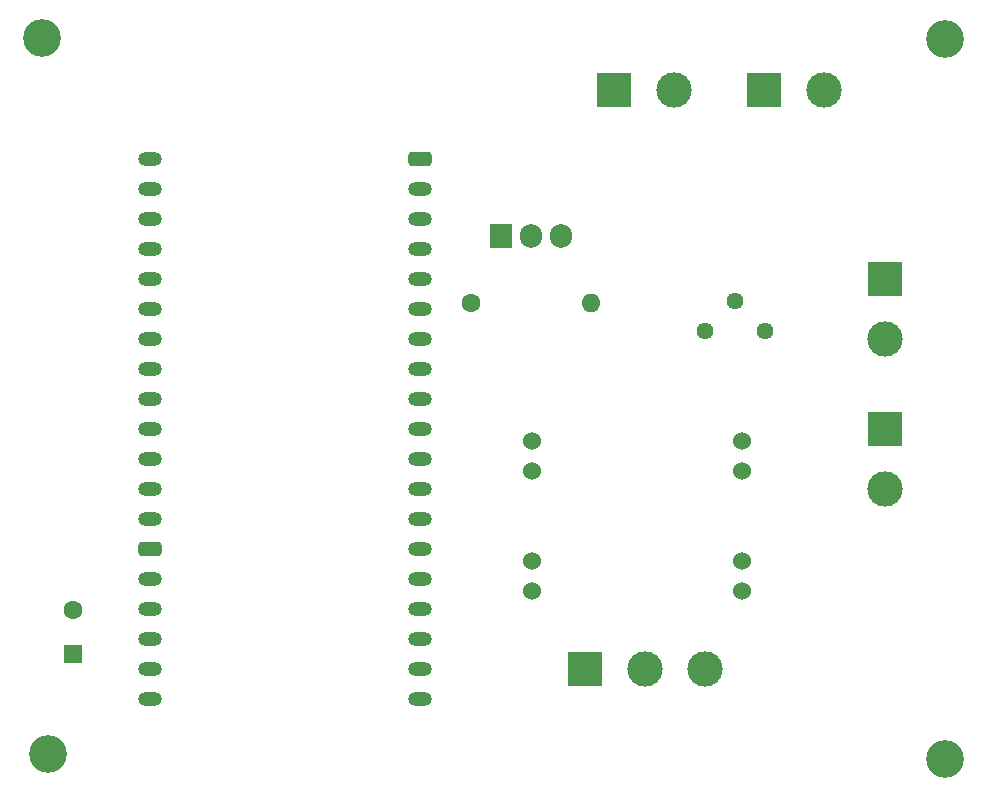
<source format=gts>
G04 #@! TF.GenerationSoftware,KiCad,Pcbnew,(6.0.5-0)*
G04 #@! TF.CreationDate,2022-08-16T10:30:25-04:00*
G04 #@! TF.ProjectId,NodeMCU-32S,4e6f6465-4d43-4552-9d33-32532e6b6963,rev?*
G04 #@! TF.SameCoordinates,Original*
G04 #@! TF.FileFunction,Soldermask,Top*
G04 #@! TF.FilePolarity,Negative*
%FSLAX46Y46*%
G04 Gerber Fmt 4.6, Leading zero omitted, Abs format (unit mm)*
G04 Created by KiCad (PCBNEW (6.0.5-0)) date 2022-08-16 10:30:25*
%MOMM*%
%LPD*%
G01*
G04 APERTURE LIST*
G04 Aperture macros list*
%AMRoundRect*
0 Rectangle with rounded corners*
0 $1 Rounding radius*
0 $2 $3 $4 $5 $6 $7 $8 $9 X,Y pos of 4 corners*
0 Add a 4 corners polygon primitive as box body*
4,1,4,$2,$3,$4,$5,$6,$7,$8,$9,$2,$3,0*
0 Add four circle primitives for the rounded corners*
1,1,$1+$1,$2,$3*
1,1,$1+$1,$4,$5*
1,1,$1+$1,$6,$7*
1,1,$1+$1,$8,$9*
0 Add four rect primitives between the rounded corners*
20,1,$1+$1,$2,$3,$4,$5,0*
20,1,$1+$1,$4,$5,$6,$7,0*
20,1,$1+$1,$6,$7,$8,$9,0*
20,1,$1+$1,$8,$9,$2,$3,0*%
G04 Aperture macros list end*
%ADD10R,1.600000X1.600000*%
%ADD11C,1.600000*%
%ADD12R,3.000000X3.000000*%
%ADD13C,3.000000*%
%ADD14R,1.905000X2.000000*%
%ADD15O,1.905000X2.000000*%
%ADD16C,1.524000*%
%ADD17C,3.200000*%
%ADD18C,1.440000*%
%ADD19O,2.000000X1.200000*%
%ADD20RoundRect,0.300000X-0.700000X0.300000X-0.700000X-0.300000X0.700000X-0.300000X0.700000X0.300000X0*%
%ADD21O,1.600000X1.600000*%
G04 APERTURE END LIST*
D10*
X65887600Y-102894651D03*
D11*
X65887600Y-99094651D03*
D12*
X109220000Y-104140000D03*
D13*
X114300000Y-104140000D03*
X119380000Y-104140000D03*
D14*
X102108000Y-67442200D03*
D15*
X104648000Y-67442200D03*
X107188000Y-67442200D03*
D16*
X104698800Y-84810600D03*
X104698800Y-87350600D03*
X104698800Y-94970600D03*
X104698800Y-97510600D03*
X122478800Y-87350600D03*
X122478800Y-84810600D03*
X122478800Y-94970600D03*
X122478800Y-97510600D03*
D12*
X134620000Y-83820000D03*
D13*
X134620000Y-88900000D03*
D12*
X111696500Y-55130700D03*
D13*
X116776500Y-55130700D03*
D17*
X63271400Y-50673000D03*
X139700000Y-111760000D03*
D12*
X134620000Y-71120000D03*
D13*
X134620000Y-76200000D03*
D18*
X124470400Y-75540800D03*
X121930400Y-73000800D03*
X119390400Y-75540800D03*
D19*
X72395400Y-60962720D03*
X72395400Y-63502720D03*
X72395400Y-66042720D03*
X72395400Y-68582720D03*
X72395400Y-71122720D03*
X72395400Y-73662720D03*
X72395400Y-76202720D03*
X72395400Y-78742720D03*
X72395400Y-81282720D03*
X72395400Y-83822720D03*
X72395400Y-86362720D03*
X72395400Y-88902720D03*
X72395400Y-91442720D03*
D20*
X72395400Y-93982720D03*
D19*
X72395400Y-96522720D03*
X72395400Y-99062720D03*
X72395400Y-101602720D03*
X72395400Y-104142720D03*
X72395400Y-106682720D03*
X95226320Y-106680000D03*
X95226320Y-104140000D03*
X95230000Y-101602720D03*
X95230000Y-99062720D03*
X95230000Y-96522720D03*
X95230000Y-93982720D03*
X95230000Y-91442720D03*
X95230000Y-88902720D03*
X95230000Y-86362720D03*
X95230000Y-83822720D03*
X95230000Y-81282720D03*
X95230000Y-78742720D03*
X95230000Y-76202720D03*
X95230000Y-73662720D03*
X95230000Y-71122720D03*
X95230000Y-68582720D03*
X95230000Y-66042720D03*
X95230000Y-63502720D03*
D20*
X95230000Y-60962720D03*
D11*
X99568000Y-73177400D03*
D21*
X109728000Y-73177400D03*
D12*
X124396500Y-55130700D03*
D13*
X129476500Y-55130700D03*
D17*
X63779400Y-111353600D03*
X139700000Y-50800000D03*
M02*

</source>
